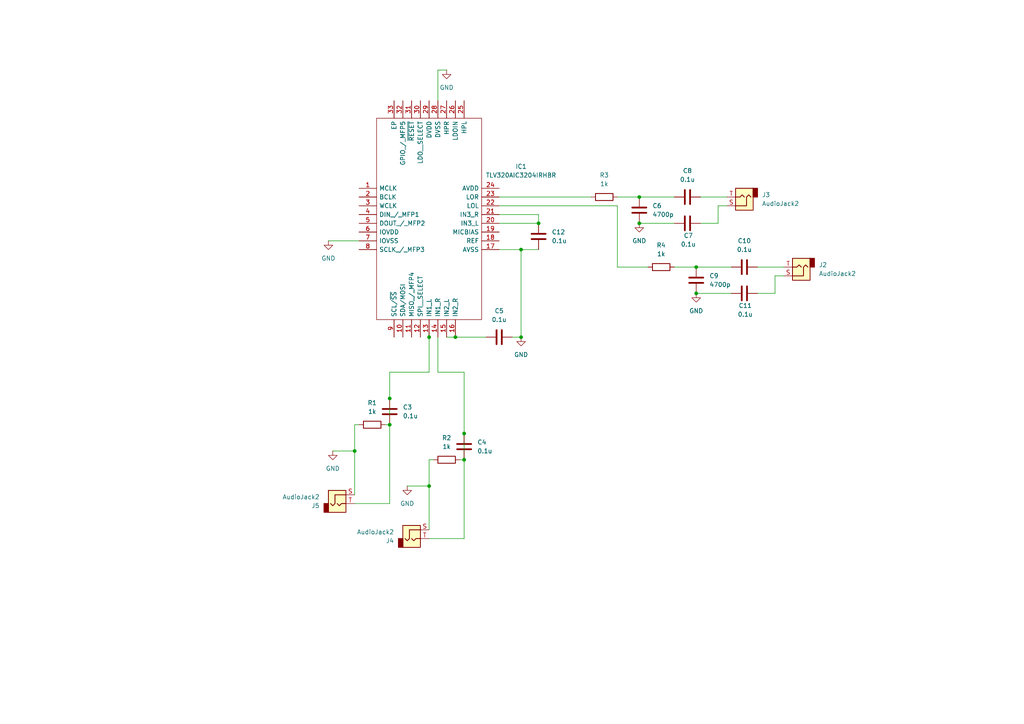
<source format=kicad_sch>
(kicad_sch (version 20231120) (generator "eeschema") (generator_version "8.0")
  (paper "A4")
  (lib_symbols
    (symbol "Connector_Audio:AudioJack2"
      (property "Reference" "J" (at 0 8.89 0))
      (property "Value" "AudioJack2" (at 0 6.35 0))
      (symbol "AudioJack2_0_1"
        (rectangle (start -3.81 0) (end -2.54 -2.54) (stroke (width 0.254)) (fill (type outline)))
        (rectangle (start -2.54 3.81) (end 2.54 -2.54) (stroke (width 0.254)) (fill (type background)))
        (polyline (pts (xy 0 0) (xy 0.635 -0.635) (xy 1.27 0) (xy 2.54 0)) (stroke (width 0.254)))
        (polyline (pts (xy 2.54 2.54) (xy -0.635 2.54) (xy -0.635 0) (xy -1.27 -0.635) (xy -1.905 0)) (stroke (width 0.254)))
      )
      (symbol "AudioJack2_1_1"
        (pin passive line (at 5.08 2.54 180) (length 2.54) (name "~") (number "S"))
        (pin passive line (at 5.08 0 180) (length 2.54) (name "~") (number "T"))
      )
    )
    (symbol "Device:C" (pin_numbers hide) (pin_names (offset 0.254))
      (property "Reference" "C" (at 0.635 2.54 0))
      (property "Value" "C" (at 0.635 -2.54 0))
      (symbol "C_0_1"
        (polyline (pts (xy -2.032 -0.762) (xy 2.032 -0.762)) (stroke (width 0.508)))
        (polyline (pts (xy -2.032 0.762) (xy 2.032 0.762)) (stroke (width 0.508)))
      )
      (symbol "C_1_1"
        (pin passive line (at 0 3.81 270) (length 2.794) (name "~") (number "1"))
        (pin passive line (at 0 -3.81 90) (length 2.794) (name "~") (number "2"))
      )
    )
    (symbol "Device:R" (pin_numbers hide) (pin_names (offset 0))
      (property "Reference" "R" (at 2.032 0 90))
      (property "Value" "R" (at 0 0 90))
      (symbol "R_0_1"
        (rectangle (start -1.016 -2.54) (end 1.016 2.54) (stroke (width 0.254)))
      )
      (symbol "R_1_1"
        (pin passive line (at 0 3.81 270) (length 1.27) (name "~") (number "1"))
        (pin passive line (at 0 -3.81 90) (length 1.27) (name "~") (number "2"))
      )
    )
    (symbol "TLV320AIC3204IRHBR:TLV320AIC3204IRHBR" (pin_names (offset 0.762))
      (property "Reference" "IC" (at 36.83 25.4 0))
      (property "Value" "TLV320AIC3204IRHBR" (at 36.83 22.86 0))
      (symbol "TLV320AIC3204IRHBR_0_0"
        (pin passive line (at 0 0 0) (length 5.08) (name "MCLK") (number "1"))
        (pin passive line (at 12.7 -43.18 90) (length 5.08) (name "SDA/MOSI") (number "10"))
        (pin passive line (at 15.24 -43.18 90) (length 5.08) (name "MISO_/_MFP4") (number "11"))
        (pin passive line (at 17.78 -43.18 90) (length 5.08) (name "SPI__SELECT") (number "12"))
        (pin passive line (at 20.32 -43.18 90) (length 5.08) (name "IN1_L") (number "13"))
        (pin passive line (at 22.86 -43.18 90) (length 5.08) (name "IN1_R") (number "14"))
        (pin passive line (at 25.4 -43.18 90) (length 5.08) (name "IN2_L") (number "15"))
        (pin passive line (at 27.94 -43.18 90) (length 5.08) (name "IN2_R") (number "16"))
        (pin passive line (at 40.64 -17.78 180) (length 5.08) (name "AVSS") (number "17"))
        (pin passive line (at 40.64 -15.24 180) (length 5.08) (name "REF") (number "18"))
        (pin passive line (at 40.64 -12.7 180) (length 5.08) (name "MICBIAS") (number "19"))
        (pin passive line (at 0 -2.54 0) (length 5.08) (name "BCLK") (number "2"))
        (pin passive line (at 40.64 -10.16 180) (length 5.08) (name "IN3_L") (number "20"))
        (pin passive line (at 40.64 -7.62 180) (length 5.08) (name "IN3_R") (number "21"))
        (pin passive line (at 40.64 -5.08 180) (length 5.08) (name "LOL") (number "22"))
        (pin passive line (at 40.64 -2.54 180) (length 5.08) (name "LOR") (number "23"))
        (pin passive line (at 40.64 0 180) (length 5.08) (name "AVDD") (number "24"))
        (pin passive line (at 30.48 25.4 270) (length 5.08) (name "HPL") (number "25"))
        (pin passive line (at 27.94 25.4 270) (length 5.08) (name "LDOIN") (number "26"))
        (pin passive line (at 25.4 25.4 270) (length 5.08) (name "HPR") (number "27"))
        (pin passive line (at 22.86 25.4 270) (length 5.08) (name "DVSS") (number "28"))
        (pin passive line (at 20.32 25.4 270) (length 5.08) (name "DVDD") (number "29"))
        (pin passive line (at 0 -5.08 0) (length 5.08) (name "WCLK") (number "3"))
        (pin passive line (at 17.78 25.4 270) (length 5.08) (name "LDO__SELECT") (number "30"))
        (pin passive line (at 15.24 25.4 270) (length 5.08) (name "~{RESET}") (number "31"))
        (pin passive line (at 12.7 25.4 270) (length 5.08) (name "GPIO_/_MFP5") (number "32"))
        (pin passive line (at 10.16 25.4 270) (length 5.08) (name "EP") (number "33"))
        (pin passive line (at 0 -7.62 0) (length 5.08) (name "DIN_/_MFP1") (number "4"))
        (pin passive line (at 0 -10.16 0) (length 5.08) (name "DOUT_/_MFP2") (number "5"))
        (pin passive line (at 0 -12.7 0) (length 5.08) (name "IOVDD") (number "6"))
        (pin passive line (at 0 -15.24 0) (length 5.08) (name "IOVSS") (number "7"))
        (pin passive line (at 0 -17.78 0) (length 5.08) (name "SCLK_/_MFP3") (number "8"))
        (pin passive line (at 10.16 -43.18 90) (length 5.08) (name "SCL/~{SS}") (number "9"))
      )
      (symbol "TLV320AIC3204IRHBR_0_1"
        (polyline (pts (xy 5.08 20.32) (xy 35.56 20.32) (xy 35.56 -38.1) (xy 5.08 -38.1) (xy 5.08 20.32)) (stroke (width 0.1524)))
      )
    )
    (symbol "power:GND" (power) (pin_numbers hide) (pin_names (offset 0) hide)
      (property "Value" "GND" (at 0 -3.81 0))
      (symbol "GND_0_1"
        (polyline (pts (xy 0 0) (xy 0 -1.27) (xy 1.27 -1.27) (xy 0 -2.54) (xy -1.27 -1.27) (xy 0 -1.27)))
      )
      (symbol "GND_1_1"
        (pin power_in line (at 0 0 270) (length 0) (name "~") (number "1"))
      )
    )
  )
  (junction (at 113.03 115.57))
  (junction (at 124.46 97.79))
  (junction (at 151.13 97.79))
  (junction (at 156.21 64.77))
  (junction (at 102.87 130.81))
  (junction (at 185.42 57.15))
  (junction (at 134.62 133.35))
  (junction (at 185.42 64.77))
  (junction (at 201.93 85.09))
  (junction (at 113.03 123.19))
  (junction (at 124.46 140.97))
  (junction (at 201.93 77.47))
  (junction (at 132.08 97.79))
  (junction (at 134.62 125.73))
  (junction (at 151.13 72.39))
  (wire (pts (xy 132.08 97.79) (xy 140.97 97.79)))
  (wire (pts (xy 134.62 133.35) (xy 134.62 156.21)))
  (wire (pts (xy 129.54 97.79) (xy 132.08 97.79)))
  (wire (pts (xy 151.13 97.79) (xy 148.59 97.79)))
  (wire (pts (xy 224.79 85.09) (xy 219.71 85.09)))
  (wire (pts (xy 95.25 69.85) (xy 104.14 69.85)))
  (wire (pts (xy 113.03 107.95) (xy 113.03 115.57)))
  (wire (pts (xy 187.96 77.47) (xy 179.07 77.47)))
  (wire (pts (xy 179.07 57.15) (xy 185.42 57.15)))
  (wire (pts (xy 179.07 59.69) (xy 144.78 59.69)))
  (wire (pts (xy 127 107.95) (xy 134.62 107.95)))
  (wire (pts (xy 127 20.32) (xy 127 29.21)))
  (wire (pts (xy 210.82 59.69) (xy 208.28 59.69)))
  (wire (pts (xy 171.45 57.15) (xy 144.78 57.15)))
  (wire (pts (xy 144.78 62.23) (xy 156.21 62.23)))
  (wire (pts (xy 102.87 146.05) (xy 113.03 146.05)))
  (wire (pts (xy 212.09 85.09) (xy 201.93 85.09)))
  (wire (pts (xy 113.03 123.19) (xy 113.03 146.05)))
  (wire (pts (xy 144.78 72.39) (xy 151.13 72.39)))
  (wire (pts (xy 151.13 72.39) (xy 156.21 72.39)))
  (wire (pts (xy 113.03 123.19) (xy 113.03 115.57)))
  (wire (pts (xy 144.78 64.77) (xy 156.21 64.77)))
  (wire (pts (xy 124.46 107.95) (xy 124.46 97.79)))
  (wire (pts (xy 208.28 59.69) (xy 208.28 64.77)))
  (wire (pts (xy 156.21 62.23) (xy 156.21 64.77)))
  (wire (pts (xy 102.87 123.19) (xy 104.14 123.19)))
  (wire (pts (xy 124.46 96.52) (xy 124.46 97.79)))
  (wire (pts (xy 129.54 20.32) (xy 127 20.32)))
  (wire (pts (xy 102.87 130.81) (xy 102.87 143.51)))
  (wire (pts (xy 124.46 133.35) (xy 125.73 133.35)))
  (wire (pts (xy 219.71 77.47) (xy 227.33 77.47)))
  (wire (pts (xy 124.46 133.35) (xy 124.46 140.97)))
  (wire (pts (xy 201.93 77.47) (xy 212.09 77.47)))
  (wire (pts (xy 113.03 107.95) (xy 124.46 107.95)))
  (wire (pts (xy 195.58 64.77) (xy 185.42 64.77)))
  (wire (pts (xy 224.79 80.01) (xy 224.79 85.09)))
  (wire (pts (xy 102.87 123.19) (xy 102.87 130.81)))
  (wire (pts (xy 133.35 133.35) (xy 134.62 133.35)))
  (wire (pts (xy 208.28 64.77) (xy 203.2 64.77)))
  (wire (pts (xy 195.58 77.47) (xy 201.93 77.47)))
  (wire (pts (xy 134.62 133.35) (xy 134.62 125.73)))
  (wire (pts (xy 185.42 57.15) (xy 195.58 57.15)))
  (wire (pts (xy 96.52 130.81) (xy 102.87 130.81)))
  (wire (pts (xy 179.07 77.47) (xy 179.07 59.69)))
  (wire (pts (xy 127 97.79) (xy 127 107.95)))
  (wire (pts (xy 134.62 107.95) (xy 134.62 125.73)))
  (wire (pts (xy 111.76 123.19) (xy 113.03 123.19)))
  (wire (pts (xy 151.13 72.39) (xy 151.13 97.79)))
  (wire (pts (xy 203.2 57.15) (xy 210.82 57.15)))
  (wire (pts (xy 118.11 140.97) (xy 124.46 140.97)))
  (wire (pts (xy 124.46 156.21) (xy 134.62 156.21)))
  (wire (pts (xy 227.33 80.01) (xy 224.79 80.01)))
  (wire (pts (xy 124.46 140.97) (xy 124.46 153.67)))
  (symbol (lib_id "Device:C") (at 199.39 64.77 90) (unit 1)
    (property "Reference" "C7" (at 199.644 68.326 90))
    (property "Value" "0.1u" (at 199.644 70.866 90))
    (property "Description" "Unpolarized capacitor" (effects (hide yes)))
  )
  (symbol (lib_id "Device:C") (at 185.42 60.96 0) (unit 1)
    (property "Reference" "C6" (at 189.23 59.6899 0) (effects (justify left)))
    (property "Value" "4700p" (at 189.23 62.2299 0) (effects (justify left)))
    (property "Description" "Unpolarized capacitor" (effects (hide yes)))
  )
  (symbol (lib_id "Device:C") (at 215.9 85.09 90) (unit 1)
    (property "Reference" "C11" (at 216.154 88.646 90))
    (property "Value" "0.1u" (at 216.154 91.186 90))
    (property "Description" "Unpolarized capacitor" (effects (hide yes)))
  )
  (symbol (lib_id "Connector_Audio:AudioJack2") (at 119.38 156.21 0) (unit 1)
    (property "Reference" "J4" (at 114.3 156.8451 0) (effects (justify right)))
    (property "Value" "AudioJack2" (at 114.3 154.3051 0) (effects (justify right)))
    (property "Description" "Audio Jack, 2 Poles (Mono / TS)" (effects (hide yes)))
  )
  (symbol (lib_id "power:GND") (at 151.13 97.79 0) (unit 1)
    (property "Reference" "#PWR07" (effects (hide yes)))
    (property "Value" "GND" (at 151.13 102.87 0))
    (property "Description" "Power symbol creates a global label with name \"GND\" , ground" (effects (hide yes)))
  )
  (symbol (lib_id "Connector_Audio:AudioJack2") (at 97.79 146.05 0) (unit 1)
    (property "Reference" "J5" (at 92.71 146.6851 0) (effects (justify right)))
    (property "Value" "AudioJack2" (at 92.71 144.1451 0) (effects (justify right)))
    (property "Description" "Audio Jack, 2 Poles (Mono / TS)" (effects (hide yes)))
  )
  (symbol (lib_id "Device:R") (at 175.26 57.15 90) (unit 1)
    (property "Reference" "R3" (at 175.26 50.8 90))
    (property "Value" "1k" (at 175.26 53.34 90))
    (property "Description" "Resistor" (effects (hide yes)))
  )
  (symbol (lib_id "power:GND") (at 129.54 20.32 0) (unit 1)
    (property "Reference" "#PWR011" (effects (hide yes)))
    (property "Value" "GND" (at 129.54 25.4 0))
    (property "Description" "Power symbol creates a global label with name \"GND\" , ground" (effects (hide yes)))
  )
  (symbol (lib_id "power:GND") (at 118.11 140.97 0) (unit 1)
    (property "Reference" "#PWR010" (effects (hide yes)))
    (property "Value" "GND" (at 118.11 146.05 0))
    (property "Description" "Power symbol creates a global label with name \"GND\" , ground" (effects (hide yes)))
  )
  (symbol (lib_id "power:GND") (at 96.52 130.81 0) (unit 1)
    (property "Reference" "#PWR06" (effects (hide yes)))
    (property "Value" "GND" (at 96.52 135.89 0))
    (property "Description" "Power symbol creates a global label with name \"GND\" , ground" (effects (hide yes)))
  )
  (symbol (lib_id "Connector_Audio:AudioJack2") (at 232.41 77.47 180) (unit 1)
    (property "Reference" "J2" (at 237.49 76.8349 0) (effects (justify right)))
    (property "Value" "AudioJack2" (at 237.49 79.3749 0) (effects (justify right)))
    (property "Description" "Audio Jack, 2 Poles (Mono / TS)" (effects (hide yes)))
  )
  (symbol (lib_id "Device:C") (at 201.93 81.28 0) (unit 1)
    (property "Reference" "C9" (at 205.74 80.0099 0) (effects (justify left)))
    (property "Value" "4700p" (at 205.74 82.5499 0) (effects (justify left)))
    (property "Description" "Unpolarized capacitor" (effects (hide yes)))
  )
  (symbol (lib_id "Device:C") (at 215.9 77.47 90) (unit 1)
    (property "Reference" "C10" (at 215.9 69.85 90))
    (property "Value" "0.1u" (at 215.9 72.39 90))
    (property "Description" "Unpolarized capacitor" (effects (hide yes)))
  )
  (symbol (lib_id "Device:C") (at 156.21 68.58 180) (unit 1)
    (property "Reference" "C12" (at 160.02 67.3099 0) (effects (justify right)))
    (property "Value" "0.1u" (at 160.02 69.8499 0) (effects (justify right)))
    (property "Description" "Unpolarized capacitor" (effects (hide yes)))
  )
  (symbol (lib_id "Device:R") (at 191.77 77.47 90) (unit 1)
    (property "Reference" "R4" (at 191.77 71.12 90))
    (property "Value" "1k" (at 191.77 73.66 90))
    (property "Description" "Resistor" (effects (hide yes)))
  )
  (symbol (lib_id "Device:C") (at 134.62 129.54 0) (unit 1)
    (property "Reference" "C4" (at 138.43 128.2699 0) (effects (justify left)))
    (property "Value" "0.1u" (at 138.43 130.8099 0) (effects (justify left)))
    (property "Description" "Unpolarized capacitor" (effects (hide yes)))
  )
  (symbol (lib_id "Device:C") (at 113.03 119.38 0) (unit 1)
    (property "Reference" "C3" (at 116.84 118.1099 0) (effects (justify left)))
    (property "Value" "0.1u" (at 116.84 120.6499 0) (effects (justify left)))
    (property "Description" "Unpolarized capacitor" (effects (hide yes)))
  )
  (symbol (lib_id "power:GND") (at 95.25 69.85 0) (unit 1)
    (property "Reference" "#PWR04" (effects (hide yes)))
    (property "Value" "GND" (at 95.25 74.93 0))
    (property "Description" "Power symbol creates a global label with name \"GND\" , ground" (effects (hide yes)))
  )
  (symbol (lib_id "Device:C") (at 144.78 97.79 90) (unit 1)
    (property "Reference" "C5" (at 144.78 90.17 90))
    (property "Value" "0.1u" (at 144.78 92.71 90))
    (property "Description" "Unpolarized capacitor" (effects (hide yes)))
  )
  (symbol (lib_id "power:GND") (at 201.93 85.09 0) (unit 1)
    (property "Reference" "#PWR09" (effects (hide yes)))
    (property "Value" "GND" (at 201.93 90.17 0))
    (property "Description" "Power symbol creates a global label with name \"GND\" , ground" (effects (hide yes)))
  )
  (symbol (lib_id "power:GND") (at 185.42 64.77 0) (unit 1)
    (property "Reference" "#PWR08" (effects (hide yes)))
    (property "Value" "GND" (at 185.42 69.85 0))
    (property "Description" "Power symbol creates a global label with name \"GND\" , ground" (effects (hide yes)))
  )
  (symbol (lib_id "Device:R") (at 129.54 133.35 90) (unit 1)
    (property "Reference" "R2" (at 129.54 127 90))
    (property "Value" "1k" (at 129.54 129.54 90))
    (property "Description" "Resistor" (effects (hide yes)))
  )
  (symbol (lib_id "TLV320AIC3204IRHBR:TLV320AIC3204IRHBR") (at 104.14 54.61 0) (unit 1)
    (property "Reference" "IC1" (at 151.13 48.2914 0))
    (property "Value" "TLV320AIC3204IRHBR" (at 151.13 50.8314 0))
    (property "Footprint" "QFN50P500X500X100-33N-D" (effects (hide yes)))
    (property "Datasheet" "http://www.ti.com/lit/gpn/tlv320aic3204" (effects (hide yes)))
    (property "Description" "Very-Low-Power Stereo Audio CODEC With PowerTune Technology" (effects (hide yes)))
    (property "Description_1" "Very-Low-Power Stereo Audio CODEC With PowerTune Technology" (effects (hide yes)))
    (property "Height" "1" (effects (hide yes)))
    (property "Mouser Part Number" "595-V320AIC3204IRHBR" (effects (hide yes)))
    (property "Mouser Price/Stock" "https://www.mouser.co.uk/ProductDetail/Texas-Instruments/TLV320AIC3204IRHBR?qs=QJfls%252B0L4ChDpvXOhuEdtQ%3D%3D" (effects (hide yes)))
    (property "Manufacturer_Name" "Texas Instruments" (effects (hide yes)))
    (property "Manufacturer_Part_Number" "TLV320AIC3204IRHBR" (effects (hide yes)))
  )
  (symbol (lib_id "Device:R") (at 107.95 123.19 90) (unit 1)
    (property "Reference" "R1" (at 107.95 116.84 90))
    (property "Value" "1k" (at 107.95 119.38 90))
    (property "Description" "Resistor" (effects (hide yes)))
  )
  (symbol (lib_id "Device:C") (at 199.39 57.15 90) (unit 1)
    (property "Reference" "C8" (at 199.39 49.53 90))
    (property "Value" "0.1u" (at 199.39 52.07 90))
    (property "Description" "Unpolarized capacitor" (effects (hide yes)))
  )
  (symbol (lib_id "Connector_Audio:AudioJack2") (at 215.9 57.15 180) (unit 1)
    (property "Reference" "J3" (at 220.98 56.5149 0) (effects (justify right)))
    (property "Value" "AudioJack2" (at 220.98 59.0549 0) (effects (justify right)))
    (property "Description" "Audio Jack, 2 Poles (Mono / TS)" (effects (hide yes)))
  )
)
</source>
